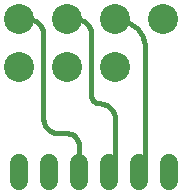
<source format=gbl>
G75*
%MOIN*%
%OFA0B0*%
%FSLAX24Y24*%
%IPPOS*%
%LPD*%
%AMOC8*
5,1,8,0,0,1.08239X$1,22.5*
%
%ADD10C,0.1000*%
%ADD11C,0.0600*%
%ADD12C,0.0160*%
D10*
X002630Y004410D03*
X004230Y004410D03*
X005830Y004410D03*
X005830Y006010D03*
X007430Y006010D03*
X004230Y006010D03*
X002630Y006010D03*
D11*
X002615Y001210D02*
X002615Y000610D01*
X003615Y000610D02*
X003615Y001210D01*
X004615Y001210D02*
X004615Y000610D01*
X005615Y000610D02*
X005615Y001210D01*
X006615Y001210D02*
X006615Y000610D01*
X007615Y000610D02*
X007615Y001210D01*
D12*
X006830Y000960D02*
X006680Y000960D01*
X006615Y000910D01*
X006830Y000960D02*
X006830Y005010D01*
X006828Y005070D01*
X006823Y005131D01*
X006814Y005190D01*
X006801Y005249D01*
X006785Y005308D01*
X006765Y005365D01*
X006742Y005420D01*
X006715Y005475D01*
X006686Y005527D01*
X006653Y005578D01*
X006617Y005627D01*
X006579Y005673D01*
X006537Y005717D01*
X006493Y005759D01*
X006447Y005797D01*
X006398Y005833D01*
X006347Y005866D01*
X006295Y005895D01*
X006240Y005922D01*
X006185Y005945D01*
X006128Y005965D01*
X006069Y005981D01*
X006010Y005994D01*
X005951Y006003D01*
X005890Y006008D01*
X005830Y006010D01*
X005030Y005510D02*
X005030Y003460D01*
X005032Y003430D01*
X005037Y003400D01*
X005046Y003371D01*
X005059Y003344D01*
X005074Y003318D01*
X005093Y003294D01*
X005114Y003273D01*
X005138Y003254D01*
X005164Y003239D01*
X005191Y003226D01*
X005220Y003217D01*
X005250Y003212D01*
X005280Y003210D01*
X005325Y003208D01*
X005371Y003202D01*
X005415Y003193D01*
X005459Y003180D01*
X005501Y003164D01*
X005542Y003144D01*
X005581Y003120D01*
X005618Y003094D01*
X005653Y003065D01*
X005685Y003033D01*
X005714Y002998D01*
X005740Y002961D01*
X005764Y002922D01*
X005784Y002881D01*
X005800Y002839D01*
X005813Y002795D01*
X005822Y002751D01*
X005828Y002705D01*
X005830Y002660D01*
X005830Y000910D01*
X005615Y000910D01*
X004615Y000910D02*
X004615Y001816D01*
X004613Y001855D01*
X004607Y001893D01*
X004598Y001930D01*
X004585Y001967D01*
X004568Y002002D01*
X004549Y002035D01*
X004526Y002066D01*
X004500Y002095D01*
X004471Y002121D01*
X004440Y002144D01*
X004407Y002163D01*
X004372Y002180D01*
X004335Y002193D01*
X004298Y002202D01*
X004260Y002208D01*
X004221Y002210D01*
X003930Y002210D01*
X003886Y002212D01*
X003843Y002218D01*
X003801Y002227D01*
X003759Y002240D01*
X003719Y002257D01*
X003680Y002277D01*
X003643Y002300D01*
X003609Y002327D01*
X003576Y002356D01*
X003547Y002389D01*
X003520Y002423D01*
X003497Y002460D01*
X003477Y002499D01*
X003460Y002539D01*
X003447Y002581D01*
X003438Y002623D01*
X003432Y002666D01*
X003430Y002710D01*
X003430Y005510D01*
X003428Y005554D01*
X003422Y005597D01*
X003413Y005639D01*
X003400Y005681D01*
X003383Y005721D01*
X003363Y005760D01*
X003340Y005797D01*
X003313Y005831D01*
X003284Y005864D01*
X003251Y005893D01*
X003217Y005920D01*
X003180Y005943D01*
X003141Y005963D01*
X003101Y005980D01*
X003059Y005993D01*
X003017Y006002D01*
X002974Y006008D01*
X002930Y006010D01*
X002630Y006010D01*
X004230Y006010D02*
X004530Y006010D01*
X004574Y006008D01*
X004617Y006002D01*
X004659Y005993D01*
X004701Y005980D01*
X004741Y005963D01*
X004780Y005943D01*
X004817Y005920D01*
X004851Y005893D01*
X004884Y005864D01*
X004913Y005831D01*
X004940Y005797D01*
X004963Y005760D01*
X004983Y005721D01*
X005000Y005681D01*
X005013Y005639D01*
X005022Y005597D01*
X005028Y005554D01*
X005030Y005510D01*
M02*

</source>
